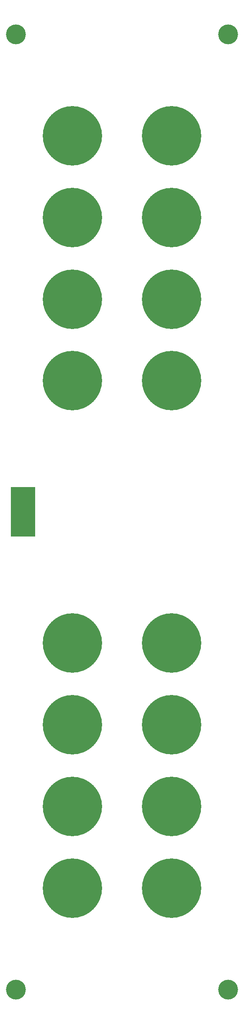
<source format=gbs>
G04 #@! TF.GenerationSoftware,KiCad,Pcbnew,8.0.3*
G04 #@! TF.CreationDate,2024-06-29T17:28:01+02:00*
G04 #@! TF.ProjectId,DMH_Buffered_Mult_PANEL,444d485f-4275-4666-9665-7265645f4d75,1*
G04 #@! TF.SameCoordinates,Original*
G04 #@! TF.FileFunction,Soldermask,Bot*
G04 #@! TF.FilePolarity,Negative*
%FSLAX46Y46*%
G04 Gerber Fmt 4.6, Leading zero omitted, Abs format (unit mm)*
G04 Created by KiCad (PCBNEW 8.0.3) date 2024-06-29 17:28:01*
%MOMM*%
%LPD*%
G01*
G04 APERTURE LIST*
%ADD10C,0.500000*%
%ADD11C,12.000000*%
%ADD12C,4.000000*%
%ADD13R,5.000000X10.000000*%
G04 APERTURE END LIST*
D10*
X104300000Y-206000000D03*
X105960000Y-201970000D03*
X105970000Y-210040000D03*
X110000000Y-200300000D03*
D11*
X110000000Y-206000000D03*
D10*
X110000000Y-211700000D03*
X114030000Y-210040000D03*
X114040000Y-201970000D03*
X115700000Y-206000000D03*
X84300000Y-206000000D03*
X85960000Y-201970000D03*
X85970000Y-210040000D03*
X90000000Y-200300000D03*
D11*
X90000000Y-206000000D03*
D10*
X90000000Y-211700000D03*
X94030000Y-210040000D03*
X94040000Y-201970000D03*
X95700000Y-206000000D03*
D12*
X121500000Y-33500000D03*
D10*
X84300000Y-54000000D03*
X85960000Y-49970000D03*
X85970000Y-58040000D03*
X90000000Y-48300000D03*
D11*
X90000000Y-54000000D03*
D10*
X90000000Y-59700000D03*
X94030000Y-58040000D03*
X94040000Y-49970000D03*
X95700000Y-54000000D03*
X104300000Y-54000000D03*
X105960000Y-49970000D03*
X105970000Y-58040000D03*
X110000000Y-48300000D03*
D11*
X110000000Y-54000000D03*
D10*
X110000000Y-59700000D03*
X114030000Y-58040000D03*
X114040000Y-49970000D03*
X115700000Y-54000000D03*
D12*
X78500000Y-226500000D03*
D10*
X84300000Y-70500000D03*
X85960000Y-66470000D03*
X85970000Y-74540000D03*
X90000000Y-64800000D03*
D11*
X90000000Y-70500000D03*
D10*
X90000000Y-76200000D03*
X94030000Y-74540000D03*
X94040000Y-66470000D03*
X95700000Y-70500000D03*
X104300000Y-156500000D03*
X105960000Y-152470000D03*
X105970000Y-160540000D03*
X110000000Y-150800000D03*
D11*
X110000000Y-156500000D03*
D10*
X110000000Y-162200000D03*
X114030000Y-160540000D03*
X114040000Y-152470000D03*
X115700000Y-156500000D03*
X84300000Y-173000000D03*
X85960000Y-168970000D03*
X85970000Y-177040000D03*
X90000000Y-167300000D03*
D11*
X90000000Y-173000000D03*
D10*
X90000000Y-178700000D03*
X94030000Y-177040000D03*
X94040000Y-168970000D03*
X95700000Y-173000000D03*
X104300000Y-189500000D03*
X105960000Y-185470000D03*
X105970000Y-193540000D03*
X110000000Y-183800000D03*
D11*
X110000000Y-189500000D03*
D10*
X110000000Y-195200000D03*
X114030000Y-193540000D03*
X114040000Y-185470000D03*
X115700000Y-189500000D03*
X84300000Y-103500000D03*
X85960000Y-99470000D03*
X85970000Y-107540000D03*
X90000000Y-97800000D03*
D11*
X90000000Y-103500000D03*
D10*
X90000000Y-109200000D03*
X94030000Y-107540000D03*
X94040000Y-99470000D03*
X95700000Y-103500000D03*
X84300000Y-189500000D03*
X85960000Y-185470000D03*
X85970000Y-193540000D03*
X90000000Y-183800000D03*
D11*
X90000000Y-189500000D03*
D10*
X90000000Y-195200000D03*
X94030000Y-193540000D03*
X94040000Y-185470000D03*
X95700000Y-189500000D03*
X104300000Y-103500000D03*
X105960000Y-99470000D03*
X105970000Y-107540000D03*
X110000000Y-97800000D03*
D11*
X110000000Y-103500000D03*
D10*
X110000000Y-109200000D03*
X114030000Y-107540000D03*
X114040000Y-99470000D03*
X115700000Y-103500000D03*
X104300000Y-173000000D03*
X105960000Y-168970000D03*
X105970000Y-177040000D03*
X110000000Y-167300000D03*
D11*
X110000000Y-173000000D03*
D10*
X110000000Y-178700000D03*
X114030000Y-177040000D03*
X114040000Y-168970000D03*
X115700000Y-173000000D03*
D12*
X121500000Y-226500000D03*
D10*
X84300000Y-156500000D03*
X85960000Y-152470000D03*
X85970000Y-160540000D03*
X90000000Y-150800000D03*
D11*
X90000000Y-156500000D03*
D10*
X90000000Y-162200000D03*
X94030000Y-160540000D03*
X94040000Y-152470000D03*
X95700000Y-156500000D03*
X84300000Y-87000000D03*
X85960000Y-82970000D03*
X85970000Y-91040000D03*
X90000000Y-81300000D03*
D11*
X90000000Y-87000000D03*
D10*
X90000000Y-92700000D03*
X94030000Y-91040000D03*
X94040000Y-82970000D03*
X95700000Y-87000000D03*
X104300000Y-70500000D03*
X105960000Y-66470000D03*
X105970000Y-74540000D03*
X110000000Y-64800000D03*
D11*
X110000000Y-70500000D03*
D10*
X110000000Y-76200000D03*
X114030000Y-74540000D03*
X114040000Y-66470000D03*
X115700000Y-70500000D03*
D12*
X78500000Y-33500000D03*
D10*
X104300000Y-87000000D03*
X105960000Y-82970000D03*
X105970000Y-91040000D03*
X110000000Y-81300000D03*
D11*
X110000000Y-87000000D03*
D10*
X110000000Y-92700000D03*
X114030000Y-91040000D03*
X114040000Y-82970000D03*
X115700000Y-87000000D03*
D13*
X80000000Y-130000000D03*
M02*

</source>
